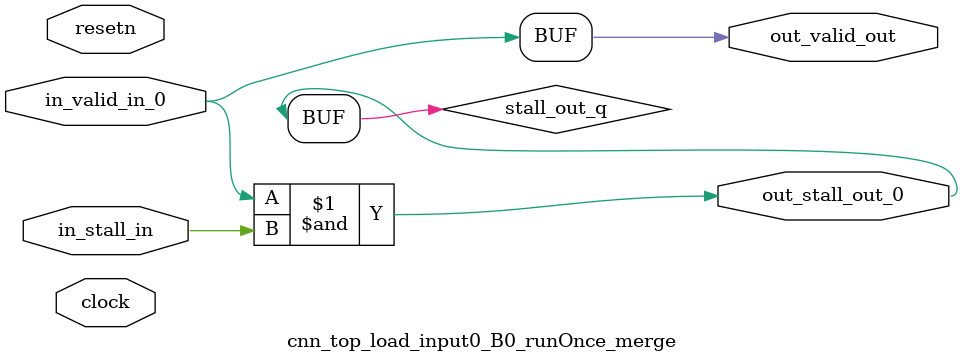
<source format=sv>



(* altera_attribute = "-name AUTO_SHIFT_REGISTER_RECOGNITION OFF; -name MESSAGE_DISABLE 10036; -name MESSAGE_DISABLE 10037; -name MESSAGE_DISABLE 14130; -name MESSAGE_DISABLE 14320; -name MESSAGE_DISABLE 15400; -name MESSAGE_DISABLE 14130; -name MESSAGE_DISABLE 10036; -name MESSAGE_DISABLE 12020; -name MESSAGE_DISABLE 12030; -name MESSAGE_DISABLE 12010; -name MESSAGE_DISABLE 12110; -name MESSAGE_DISABLE 14320; -name MESSAGE_DISABLE 13410; -name MESSAGE_DISABLE 113007; -name MESSAGE_DISABLE 10958" *)
module cnn_top_load_input0_B0_runOnce_merge (
    input wire [0:0] in_stall_in,
    input wire [0:0] in_valid_in_0,
    output wire [0:0] out_stall_out_0,
    output wire [0:0] out_valid_out,
    input wire clock,
    input wire resetn
    );

    wire [0:0] stall_out_q;


    // stall_out(LOGICAL,6)
    assign stall_out_q = in_valid_in_0 & in_stall_in;

    // out_stall_out_0(GPOUT,4)
    assign out_stall_out_0 = stall_out_q;

    // out_valid_out(GPOUT,5)
    assign out_valid_out = in_valid_in_0;

endmodule

</source>
